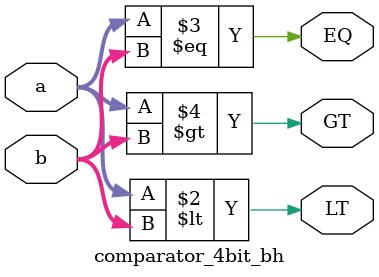
<source format=v>
`timescale 1ns / 1ps

module comparator_4bit_bh(
  output reg EQ,
  output reg GT,
  output reg LT,
  input [3:0] a,
  input [3:0] b
);

  always @(*) begin
    LT = (a < b);
    EQ = (a == b);
    GT = (a > b);
  end
  
endmodule

</source>
